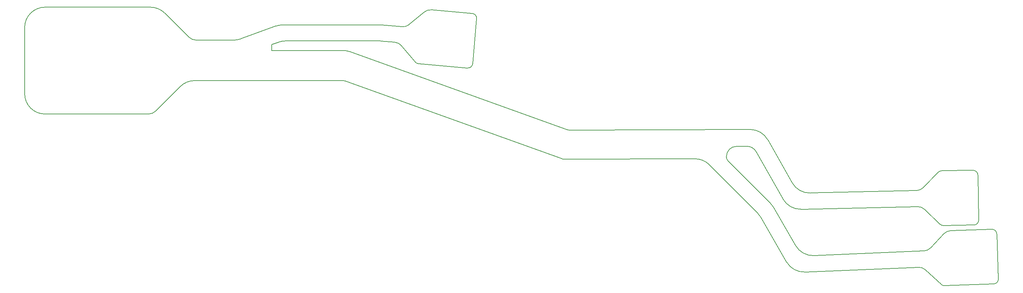
<source format=gbr>
*
G4_C Author: OrCAD GerbTool(tm) 8.1.1 Thu Jun 19 01:00:05 2003*
%LPD*%
%FSLAX34Y34*%
%MOIN*%
%AD*%
%ADD10R,0.050000X0.050000*%
%ADD11C,0.006000*%
%ADD12C,0.019000*%
%ADD13C,0.007900*%
%ADD14C,0.005000*%
%ADD15C,0.000800*%
%ADD16R,0.070000X0.025000*%
%ADD17R,0.068000X0.023000*%
%ADD18C,0.006000*%
%ADD19C,0.009800*%
%ADD20C,0.010000*%
%ADD21C,0.030000*%
%ADD22C,0.060000*%
%ADD23C,0.035000*%
%ADD24C,0.055000*%
%ADD25C,0.062980*%
%ADD26C,0.001000*%
%ADD27C,0.196840*%
G4_C OrCAD GerbTool Tool List *
G54D11*
G1X16917Y37453D2*
G75*
G2X16210Y37746I0J1000D1*
G74*
G1X12938Y30441D2*
G75*
G2X12232Y30148I-707J707D1*
G74*
G1X2014Y30149D2*
G75*
G2X14Y32150I0J2000D1*
G74*
G1X14Y38707D1*
G1X2014Y40707D2*
G75*
G3X14Y38707I0J-2000D1*
G74*
G1X15360Y32864D2*
G1X12938Y30441D1*
G1X16774Y33450D2*
G75*
G3X15360Y32864I0J-2000D1*
G74*
G1X12232Y30149D2*
G1X2014Y30149D1*
G1X2014Y40707D2*
G1X12421Y40707D1*
G1X13835Y40121D2*
G1X16210Y37746D1*
G1X12421Y40707D2*
G75*
G2X13835Y40121I0J-2000D1*
G74*
G1X77498Y22338D2*
G1X87959Y22576D1*
G1X75712Y23353D2*
G75*
G3X77498Y22338I1746J987D1*
G74*
G1X88084Y20997D2*
G1X76587Y20735D1*
G1X76587Y20735D2*
G75*
G2X74801Y21750I-46J1995D1*
G74*
G1X77865Y16151D2*
G1X88685Y16604D1*
G1X76048Y17152D2*
G75*
G3X77865Y16151I1738J1000D1*
G74*
G1X76974Y14528D2*
G1X88166Y14999D1*
G1X75156Y15530D2*
G75*
G3X76974Y14528I1738J998D1*
G74*
G1X72616Y19946D2*
G1X75156Y15530D1*
G1X72299Y20361D2*
G75*
G2X72616Y19946I-1413J-1409D1*
G74*
G1X76048Y17152D2*
G1X73884Y20915D1*
G1X73884Y20915D2*
G75*
G3X73567Y21330I-1724J-992D1*
G74*
G1X73306Y27606D2*
G1X75712Y23353D1*
G1X71558Y28621D2*
G75*
G2X73306Y27606I6J-1996D1*
G74*
G1X67544Y25133D2*
G1X72299Y20361D1*
G1X66120Y25721D2*
G75*
G2X67544Y25133I8J-2004D1*
G74*
G1X69231Y25952D2*
G75*
G2X70231Y26952I1000J0D1*
G74*
G1X71275Y26952D1*
G1X72145Y26444D2*
G1X74801Y21750D1*
G1X71275Y26952D2*
G75*
G2X72145Y26444I0J-998D1*
G74*
G1X69231Y25952D2*
G1X69231Y25888D1*
G1X69376Y25535D2*
G1X73567Y21330D1*
G1X69231Y25888D2*
G75*
G3X69376Y25535I499J0D1*
G74*
G1X53710Y28559D2*
G1X71558Y28621D1*
G1X53539Y28589D2*
G75*
G3X53710Y28559I171J475D1*
G74*
G1X66120Y25721D2*
G1X53213Y25676D1*
G1X53213Y25676D2*
G75*
G2X53041Y25705I-2J497D1*
G74*
G1X31612Y33421D1*
G1X31442Y33450D2*
G1X16774Y33450D1*
G1X31612Y33421D2*
G75*
G3X31442Y33450I-169J-470D1*
G74*
G1X35214Y38950D2*
G1X37231Y38773D1*
G1X35039Y38957D2*
G75*
G2X35214Y38950I0J-1947D1*
G74*
G1X35145Y37368D2*
G1X36511Y37248D1*
G1X34971Y37375D2*
G75*
G2X35145Y37368I0J-1948D1*
G74*
G1X25474Y38957D2*
G1X35039Y38957D1*
G1X24790Y38837D2*
G75*
G2X25474Y38957I684J-1880D1*
G74*
G1X25753Y37375D2*
G75*
G3X25069Y37255I0J-2012D1*
G74*
G1X16918Y37453D2*
G1X20636Y37453D1*
G1X21320Y37574D2*
G1X24790Y38837D1*
G1X20636Y37453D2*
G75*
G3X21320Y37574I0J2012D1*
G74*
G1X25753Y37375D2*
G1X34971Y37375D1*
G1X25069Y37255D2*
G75*
G2X25753Y37375I684J-1880D1*
G74*
G1X25069Y37255D2*
G1X24396Y37010D1*
G1X24396Y36427D1*
G1X31417Y36427D1*
G1X32094Y36309D2*
G1X53539Y28589D1*
G1X31417Y36427D2*
G75*
G2X32094Y36309I0J-1991D1*
G74*
G1X37189Y36894D2*
G75*
G3X36509Y37248I-766J-643D1*
G74*
G1X44597Y39555D2*
G75*
G3X44142Y40097I-498J44D1*
G74*
G1X37189Y36894D2*
G1X38534Y35290D1*
G75*
G3X38874Y35113I384J322D1*
G74*
G1X43670Y34693D1*
G1X44211Y35148D2*
G1X44597Y39555D1*
G1X43670Y34693D2*
G75*
G3X44211Y35148I44J498D1*
G74*
G1X37960Y39003D2*
G75*
G2X37231Y38773I-643J766D1*
G74*
G1X37960Y39003D2*
G1X39407Y40217D1*
G1X40137Y40447D2*
G1X44142Y40097D1*
G1X39407Y40217D2*
G75*
G2X40137Y40447I643J-766D1*
G74*
G1X88786Y20715D2*
G75*
G3X88074Y20996I-695J-719D1*
G74*
G1X88659Y22881D2*
G75*
G2X87957Y22576I-719J695D1*
G74*
G1X94036Y24098D2*
G75*
G3X93527Y24590I-500J-9D1*
G74*
G1X90460Y24536D1*
G1X90110Y24384D2*
G1X88659Y22881D1*
G1X90460Y24536D2*
G75*
G3X90110Y24384I9J-500D1*
G74*
G1X88786Y20715D2*
G1X90295Y19258D1*
G75*
G3X90650Y19119I348J360D1*
G74*
G1X93622Y19170D1*
G1X94113Y19679D2*
G1X94036Y24098D1*
G1X93622Y19170D2*
G75*
G3X94113Y19679I-9J500D1*
G74*
G1X88871Y14735D2*
G75*
G3X88153Y15003I-682J-731D1*
G74*
G1X95900Y18278D2*
G75*
G3X95383Y18760I-500J-17D1*
G74*
G1X88871Y14735D2*
G1X90402Y13306D1*
G75*
G3X90761Y13172I341J366D1*
G74*
G1X95572Y13340D1*
G1X96054Y13857D2*
G1X95900Y18278D1*
G1X95572Y13340D2*
G75*
G3X96054Y13857I-18J500D1*
G74*
G1X89380Y16922D2*
G75*
G2X88684Y16604I-731J682D1*
G74*
G1X89380Y16922D2*
G1X90668Y18302D1*
G1X91364Y18620D2*
G1X95383Y18760D1*
G1X90668Y18302D2*
G75*
G2X91364Y18620I731J-682D1*
G74*
M2*

</source>
